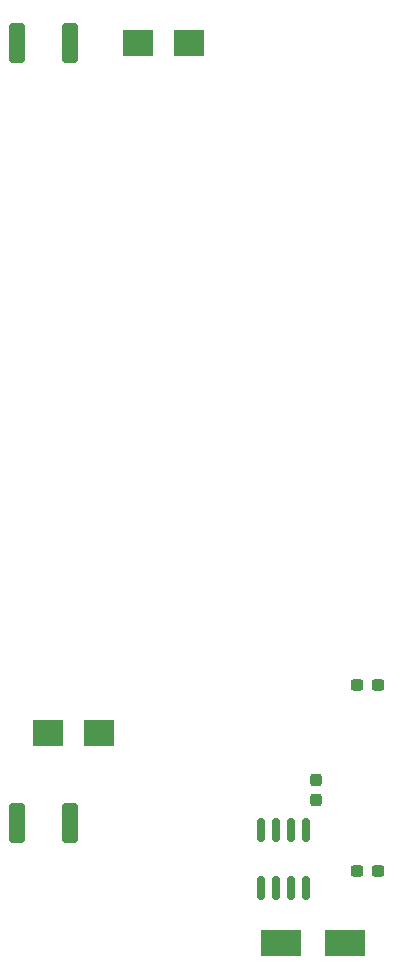
<source format=gbr>
%TF.GenerationSoftware,KiCad,Pcbnew,(6.0.8)*%
%TF.CreationDate,2022-11-09T11:36:30+07:00*%
%TF.ProjectId,SPEED_CONTROL,53504545-445f-4434-9f4e-54524f4c2e6b,rev?*%
%TF.SameCoordinates,Original*%
%TF.FileFunction,Paste,Bot*%
%TF.FilePolarity,Positive*%
%FSLAX46Y46*%
G04 Gerber Fmt 4.6, Leading zero omitted, Abs format (unit mm)*
G04 Created by KiCad (PCBNEW (6.0.8)) date 2022-11-09 11:36:30*
%MOMM*%
%LPD*%
G01*
G04 APERTURE LIST*
G04 Aperture macros list*
%AMRoundRect*
0 Rectangle with rounded corners*
0 $1 Rounding radius*
0 $2 $3 $4 $5 $6 $7 $8 $9 X,Y pos of 4 corners*
0 Add a 4 corners polygon primitive as box body*
4,1,4,$2,$3,$4,$5,$6,$7,$8,$9,$2,$3,0*
0 Add four circle primitives for the rounded corners*
1,1,$1+$1,$2,$3*
1,1,$1+$1,$4,$5*
1,1,$1+$1,$6,$7*
1,1,$1+$1,$8,$9*
0 Add four rect primitives between the rounded corners*
20,1,$1+$1,$2,$3,$4,$5,0*
20,1,$1+$1,$4,$5,$6,$7,0*
20,1,$1+$1,$6,$7,$8,$9,0*
20,1,$1+$1,$8,$9,$2,$3,0*%
G04 Aperture macros list end*
%ADD10R,2.500000X2.300000*%
%ADD11RoundRect,0.150000X0.150000X-0.825000X0.150000X0.825000X-0.150000X0.825000X-0.150000X-0.825000X0*%
%ADD12R,3.500000X2.300000*%
%ADD13RoundRect,0.237500X-0.300000X-0.237500X0.300000X-0.237500X0.300000X0.237500X-0.300000X0.237500X0*%
%ADD14RoundRect,0.250000X-0.400000X-1.450000X0.400000X-1.450000X0.400000X1.450000X-0.400000X1.450000X0*%
%ADD15RoundRect,0.237500X0.300000X0.237500X-0.300000X0.237500X-0.300000X-0.237500X0.300000X-0.237500X0*%
%ADD16RoundRect,0.237500X0.237500X-0.300000X0.237500X0.300000X-0.237500X0.300000X-0.237500X-0.300000X0*%
%ADD17RoundRect,0.250000X0.400000X1.450000X-0.400000X1.450000X-0.400000X-1.450000X0.400000X-1.450000X0*%
G04 APERTURE END LIST*
D10*
%TO.C,D4*%
X51190000Y-38100000D03*
X55490000Y-38100000D03*
%TD*%
D11*
%TO.C,U1*%
X65405000Y-109663000D03*
X64135000Y-109663000D03*
X62865000Y-109663000D03*
X61595000Y-109663000D03*
X61595000Y-104713000D03*
X62865000Y-104713000D03*
X64135000Y-104713000D03*
X65405000Y-104713000D03*
%TD*%
D12*
%TO.C,D5*%
X68740000Y-114300000D03*
X63340000Y-114300000D03*
%TD*%
D13*
%TO.C,C1*%
X69749500Y-108204000D03*
X71474500Y-108204000D03*
%TD*%
D14*
%TO.C,F2*%
X40955000Y-38100000D03*
X45405000Y-38100000D03*
%TD*%
D15*
%TO.C,C2*%
X71474500Y-92456000D03*
X69749500Y-92456000D03*
%TD*%
D10*
%TO.C,D2*%
X47870000Y-96520000D03*
X43570000Y-96520000D03*
%TD*%
D16*
%TO.C,C3*%
X66294000Y-102208500D03*
X66294000Y-100483500D03*
%TD*%
D17*
%TO.C,F1*%
X45405000Y-104140000D03*
X40955000Y-104140000D03*
%TD*%
M02*

</source>
